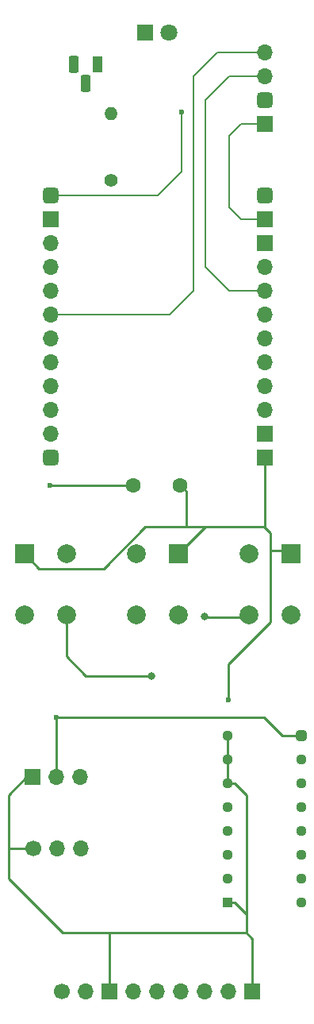
<source format=gbr>
%TF.GenerationSoftware,KiCad,Pcbnew,7.0.6-0*%
%TF.CreationDate,2024-06-29T09:33:58-07:00*%
%TF.ProjectId,s3,73332e6b-6963-4616-945f-706362585858,rev?*%
%TF.SameCoordinates,Original*%
%TF.FileFunction,Copper,L2,Bot*%
%TF.FilePolarity,Positive*%
%FSLAX46Y46*%
G04 Gerber Fmt 4.6, Leading zero omitted, Abs format (unit mm)*
G04 Created by KiCad (PCBNEW 7.0.6-0) date 2024-06-29 09:33:58*
%MOMM*%
%LPD*%
G01*
G04 APERTURE LIST*
G04 Aperture macros list*
%AMRoundRect*
0 Rectangle with rounded corners*
0 $1 Rounding radius*
0 $2 $3 $4 $5 $6 $7 $8 $9 X,Y pos of 4 corners*
0 Add a 4 corners polygon primitive as box body*
4,1,4,$2,$3,$4,$5,$6,$7,$8,$9,$2,$3,0*
0 Add four circle primitives for the rounded corners*
1,1,$1+$1,$2,$3*
1,1,$1+$1,$4,$5*
1,1,$1+$1,$6,$7*
1,1,$1+$1,$8,$9*
0 Add four rect primitives between the rounded corners*
20,1,$1+$1,$2,$3,$4,$5,0*
20,1,$1+$1,$4,$5,$6,$7,0*
20,1,$1+$1,$6,$7,$8,$9,0*
20,1,$1+$1,$8,$9,$2,$3,0*%
G04 Aperture macros list end*
%TA.AperFunction,ComponentPad*%
%ADD10R,1.700000X1.700000*%
%TD*%
%TA.AperFunction,ComponentPad*%
%ADD11RoundRect,0.425000X0.425000X0.425000X-0.425000X0.425000X-0.425000X-0.425000X0.425000X-0.425000X0*%
%TD*%
%TA.AperFunction,ComponentPad*%
%ADD12O,1.700000X1.700000*%
%TD*%
%TA.AperFunction,ComponentPad*%
%ADD13O,1.400000X1.400000*%
%TD*%
%TA.AperFunction,ComponentPad*%
%ADD14C,1.400000*%
%TD*%
%TA.AperFunction,ComponentPad*%
%ADD15C,1.700000*%
%TD*%
%TA.AperFunction,ComponentPad*%
%ADD16C,2.000000*%
%TD*%
%TA.AperFunction,ComponentPad*%
%ADD17R,2.000000X2.000000*%
%TD*%
%TA.AperFunction,ComponentPad*%
%ADD18RoundRect,0.275000X0.275000X0.625000X-0.275000X0.625000X-0.275000X-0.625000X0.275000X-0.625000X0*%
%TD*%
%TA.AperFunction,ComponentPad*%
%ADD19R,1.100000X1.800000*%
%TD*%
%TA.AperFunction,ComponentPad*%
%ADD20C,1.130000*%
%TD*%
%TA.AperFunction,ComponentPad*%
%ADD21R,1.130000X1.130000*%
%TD*%
%TA.AperFunction,ComponentPad*%
%ADD22RoundRect,0.282500X-0.282500X-0.282500X0.282500X-0.282500X0.282500X0.282500X-0.282500X0.282500X0*%
%TD*%
%TA.AperFunction,ComponentPad*%
%ADD23C,1.600000*%
%TD*%
%TA.AperFunction,ComponentPad*%
%ADD24C,1.800000*%
%TD*%
%TA.AperFunction,ComponentPad*%
%ADD25R,1.800000X1.800000*%
%TD*%
%TA.AperFunction,ComponentPad*%
%ADD26RoundRect,0.425000X-0.425000X-0.425000X0.425000X-0.425000X0.425000X0.425000X-0.425000X0.425000X0*%
%TD*%
%TA.AperFunction,ViaPad*%
%ADD27C,0.600000*%
%TD*%
%TA.AperFunction,ViaPad*%
%ADD28C,0.800000*%
%TD*%
%TA.AperFunction,Conductor*%
%ADD29C,0.200000*%
%TD*%
%TA.AperFunction,Conductor*%
%ADD30C,0.250000*%
%TD*%
G04 APERTURE END LIST*
D10*
%TO.P,REF\u002A\u002A,gnd*%
%TO.N,ground3*%
X220980000Y-58420000D03*
D11*
%TO.P,REF\u002A\u002A,5v*%
%TO.N,5v*%
X220980000Y-55880000D03*
D12*
%TO.P,REF\u002A\u002A,16*%
%TO.N,16*%
X220980000Y-53340000D03*
%TO.P,REF\u002A\u002A,12*%
%TO.N,12*%
X220980000Y-50800000D03*
%TD*%
D13*
%TO.P,470ohm,2*%
%TO.N,irled*%
X204586244Y-57279109D03*
D14*
%TO.P,470ohm,1*%
X204586244Y-64391109D03*
%TD*%
D12*
%TO.P,INMP441 2,3*%
%TO.N,sck*%
X201351244Y-135608109D03*
%TO.P,INMP441 2,2*%
%TO.N,ws*%
X198811244Y-135608109D03*
D15*
%TO.P,INMP441 2,1*%
%TO.N,ground*%
X196271244Y-135608109D03*
%TD*%
D12*
%TO.P,ANO Rotary,SW5*%
%TO.N,sw5*%
X217159244Y-150878109D03*
%TO.P,ANO Rotary,SW4*%
%TO.N,sw4*%
X214619244Y-150878109D03*
%TO.P,ANO Rotary,SW3*%
%TO.N,sw3*%
X212079244Y-150878109D03*
%TO.P,ANO Rotary,SW2*%
%TO.N,sw2*%
X209539244Y-150878109D03*
%TO.P,ANO Rotary,SW1*%
%TO.N,sw1*%
X206999244Y-150878109D03*
%TO.P,ANO Rotary,ENCB*%
%TO.N,encb*%
X201919244Y-150878109D03*
D15*
%TO.P,ANO Rotary,ENCA*%
%TO.N,enca*%
X199379244Y-150878109D03*
D10*
%TO.P,ANO Rotary,COMB*%
%TO.N,ground*%
X219699244Y-150878109D03*
%TO.P,ANO Rotary,COMA*%
X204459244Y-150878109D03*
%TD*%
D16*
%TO.P,SW6,2*%
%TO.N,N/C*%
X199840264Y-104218113D03*
%TO.N,sw6*%
X199840264Y-110718113D03*
D17*
%TO.P,SW6,1*%
%TO.N,ground*%
X195340264Y-104218113D03*
D16*
%TO.N,N/C*%
X195340264Y-110718113D03*
%TD*%
D18*
%TO.P,NPN,3*%
%TO.N,ground2*%
X200649244Y-52053109D03*
%TO.P,NPN,2*%
%TO.N,irled*%
X201919244Y-54123109D03*
D19*
%TO.P,NPN,1*%
X203189244Y-52053109D03*
%TD*%
D20*
%TO.P,PCF8574N,SDA*%
%TO.N,SDA*%
X224939244Y-126113109D03*
%TO.P,PCF8574N,SCL*%
%TO.N,SCL*%
X224939244Y-128653109D03*
%TO.P,PCF8574N,P7*%
%TO.N,sw2*%
X224939244Y-133733109D03*
%TO.P,PCF8574N,P6*%
%TO.N,sw3*%
X224939244Y-136273109D03*
%TO.P,PCF8574N,P5*%
%TO.N,sw4*%
X224939244Y-138813109D03*
%TO.P,PCF8574N,P4*%
%TO.N,sw5*%
X224939244Y-141353109D03*
%TO.P,PCF8574N,P3*%
%TO.N,sw1*%
X216999244Y-138813109D03*
%TO.P,PCF8574N,P2*%
%TO.N,sw6*%
X216999244Y-136273109D03*
%TO.P,PCF8574N,P1*%
%TO.N,sw7*%
X216999244Y-133733109D03*
%TO.P,PCF8574N,P0*%
%TO.N,sw8*%
X216999244Y-131193109D03*
%TO.P,PCF8574N,INT*%
%TO.N,N/C*%
X224939244Y-131193109D03*
D21*
%TO.P,PCF8574N,GND*%
%TO.N,ground*%
X216999244Y-141353109D03*
D20*
%TO.P,PCF8574N,A2*%
X216999244Y-128653109D03*
%TO.P,PCF8574N,A1*%
X216999244Y-126113109D03*
%TO.P,PCF8574N,A0*%
X216999244Y-123573109D03*
D22*
%TO.P,PCF8574N,16*%
%TO.N,3v*%
X224939244Y-123573109D03*
%TD*%
D17*
%TO.P,SW8,2*%
%TO.N,ground*%
X223808680Y-104219116D03*
D16*
%TO.N,N/C*%
X223808680Y-110719116D03*
%TO.P,SW8,1*%
X219308680Y-104219116D03*
%TO.N,sw8*%
X219308680Y-110719116D03*
%TD*%
D23*
%TO.P,Cap,2*%
%TO.N,ground*%
X211999244Y-96903109D03*
%TO.P,Cap,1*%
%TO.N,3v*%
X206999244Y-96903109D03*
%TD*%
D24*
%TO.P,5MM IR,2*%
%TO.N,3v2*%
X210737310Y-48643109D03*
D25*
%TO.P,5MM IR,1*%
%TO.N,irled*%
X208197310Y-48643109D03*
%TD*%
D17*
%TO.P,SW7,2*%
%TO.N,ground*%
X211808680Y-104218634D03*
D16*
%TO.N,N/C*%
X211808680Y-110718634D03*
%TO.P,SW7,1*%
X207308680Y-104218634D03*
%TO.N,sw7*%
X207308680Y-110718634D03*
%TD*%
D12*
%TO.P,TDisplayS3,3*%
%TO.N,N/C*%
X198120000Y-71120000D03*
%TO.P,TDisplayS3,4*%
X198120000Y-73660000D03*
%TO.P,TDisplayS3,5*%
%TO.N,irled*%
X198120000Y-76200000D03*
D26*
%TO.P,TDisplayS3,5v*%
%TO.N,5v*%
X198120000Y-66040000D03*
D12*
%TO.P,TDisplayS3,12*%
%TO.N,12*%
X198120000Y-78740000D03*
%TO.P,TDisplayS3,7*%
%TO.N,encb*%
X198120000Y-81280000D03*
%TO.P,TDisplayS3,8*%
%TO.N,enca*%
X198120000Y-83820000D03*
%TO.P,TDisplayS3,9*%
%TO.N,ws*%
X198120000Y-86360000D03*
%TO.P,TDisplayS3,10*%
%TO.N,sck*%
X198120000Y-88900000D03*
%TO.P,TDisplayS3,11*%
%TO.N,sd*%
X198120000Y-91440000D03*
D26*
%TO.P,TDisplayS3,12*%
%TO.N,3v*%
X198120000Y-93980000D03*
D10*
%TO.P,TDisplayS3,gnd*%
%TO.N,ground2*%
X198120000Y-68580000D03*
%TD*%
%TO.P,REF\u002A\u002A,12*%
%TO.N,ground*%
X220980000Y-93980518D03*
%TO.P,REF\u002A\u002A,11*%
%TO.N,N/C*%
X220980000Y-91440518D03*
D12*
%TO.P,REF\u002A\u002A,10*%
X220980000Y-88900518D03*
%TO.P,REF\u002A\u002A,9*%
X220980000Y-86360518D03*
%TO.P,REF\u002A\u002A,8*%
%TO.N,SDA*%
X220980000Y-83820518D03*
%TO.P,REF\u002A\u002A,7*%
%TO.N,SCL*%
X220980000Y-81280518D03*
%TO.P,REF\u002A\u002A,6*%
%TO.N,N/C*%
X220980000Y-78740518D03*
%TO.P,REF\u002A\u002A,16*%
%TO.N,16*%
X220980000Y-76200518D03*
%TO.P,REF\u002A\u002A,4*%
%TO.N,N/C*%
X220980000Y-73660518D03*
D10*
%TO.P,REF\u002A\u002A,3*%
X220980000Y-71120518D03*
%TO.P,REF\u002A\u002A,2*%
%TO.N,ground3*%
X220980000Y-68580518D03*
D26*
%TO.P,REF\u002A\u002A,1*%
%TO.N,3v2*%
X220980000Y-66040518D03*
%TD*%
D12*
%TO.P,INMP441,3*%
%TO.N,sd*%
X201284244Y-128018109D03*
%TO.P,INMP441,2*%
%TO.N,3v*%
X198744244Y-128018109D03*
D10*
%TO.P,INMP441,1*%
%TO.N,ground*%
X196204244Y-128018109D03*
%TD*%
D27*
%TO.N,5v*%
X212090000Y-57150000D03*
%TO.N,ground*%
X217159244Y-119763109D03*
D28*
%TO.N,sw6*%
X208904244Y-117223109D03*
%TO.N,sw8*%
X214619244Y-110873109D03*
D27*
%TO.N,3v*%
X198744244Y-121668109D03*
X198109244Y-96903109D03*
%TD*%
D29*
%TO.N,ground3*%
X220980000Y-58420000D02*
X218440000Y-58420000D01*
X217170000Y-67310000D02*
X218440518Y-68580518D01*
X218440518Y-68580518D02*
X220980000Y-68580518D01*
X218440000Y-58420000D02*
X217170000Y-59690000D01*
X217170000Y-59690000D02*
X217170000Y-67310000D01*
%TO.N,16*%
X220980000Y-53340000D02*
X217170000Y-53340000D01*
X217170000Y-53340000D02*
X214630000Y-55880000D01*
X214630000Y-55880000D02*
X214630000Y-73660000D01*
X214630000Y-73660000D02*
X217170518Y-76200518D01*
X217170518Y-76200518D02*
X220980000Y-76200518D01*
%TO.N,12*%
X220980000Y-50800000D02*
X215900000Y-50800000D01*
X215900000Y-50800000D02*
X213360000Y-53340000D01*
X213360000Y-53340000D02*
X213360000Y-76200000D01*
X213360000Y-76200000D02*
X210820000Y-78740000D01*
X210820000Y-78740000D02*
X198120000Y-78740000D01*
%TO.N,5v*%
X212090000Y-57150000D02*
X212090000Y-63500000D01*
X212090000Y-63500000D02*
X209550000Y-66040000D01*
X209550000Y-66040000D02*
X198120000Y-66040000D01*
D30*
%TO.N,ground*%
X218984244Y-144608109D02*
X211444244Y-144608109D01*
X204459244Y-144608109D02*
X204459244Y-150189827D01*
X217159244Y-115953109D02*
X217159244Y-119763109D01*
X219064244Y-144608109D02*
X219699244Y-145243109D01*
X219699244Y-150156827D02*
X220371334Y-150828917D01*
X208269244Y-101348109D02*
X203824244Y-105793109D01*
X220937672Y-101348109D02*
X214679205Y-101348109D01*
X193664244Y-135638109D02*
X193664244Y-129923109D01*
X221604244Y-102014681D02*
X221604244Y-103888109D01*
X214679205Y-101348109D02*
X211808680Y-104218634D01*
X222874244Y-103888109D02*
X221604244Y-103888109D01*
X217794244Y-128653109D02*
X216999244Y-128653109D01*
X204459244Y-150189827D02*
X205098334Y-150828917D01*
X196915260Y-105793109D02*
X195340264Y-104218113D01*
X223808680Y-104219116D02*
X223205251Y-104219116D01*
X219699244Y-145243109D02*
X219699244Y-150156827D01*
X193664244Y-129923109D02*
X195569244Y-128018109D01*
X218984244Y-144608109D02*
X219064244Y-144528109D01*
X193664244Y-138813109D02*
X193664244Y-135638109D01*
X212634244Y-97538109D02*
X212634244Y-101268109D01*
X221604244Y-103888109D02*
X221604244Y-111508109D01*
X203824244Y-105793109D02*
X196915260Y-105793109D01*
X196271244Y-135608109D02*
X193694244Y-135608109D01*
X212634244Y-101268109D02*
X212714244Y-101348109D01*
X199459244Y-144608109D02*
X193664244Y-138813109D01*
X221604244Y-111508109D02*
X217159244Y-115953109D01*
X211444244Y-144608109D02*
X204459244Y-144608109D01*
X212714244Y-101348109D02*
X208269244Y-101348109D01*
X193694244Y-135608109D02*
X193664244Y-135638109D01*
X220980000Y-101337353D02*
X220953458Y-101363895D01*
X214679205Y-101348109D02*
X212714244Y-101348109D01*
X220980000Y-93980518D02*
X220980000Y-101337353D01*
X211999244Y-96903109D02*
X212634244Y-97538109D01*
X219064244Y-142623109D02*
X219064244Y-129923109D01*
X216999244Y-128653109D02*
X216999244Y-123573109D01*
X219064244Y-144528109D02*
X219064244Y-142623109D01*
X217794244Y-141353109D02*
X216999244Y-141353109D01*
X223205251Y-104219116D02*
X222874244Y-103888109D01*
X211444244Y-144608109D02*
X199459244Y-144608109D01*
X195569244Y-128018109D02*
X196204244Y-128018109D01*
X220937672Y-101348109D02*
X221604244Y-102014681D01*
X220937672Y-101348109D02*
X220953458Y-101363895D01*
X219064244Y-129923109D02*
X217794244Y-128653109D01*
X219064244Y-142623109D02*
X217794244Y-141353109D01*
%TO.N,sw6*%
X208904244Y-117223109D02*
X201919244Y-117223109D01*
X201919244Y-117223109D02*
X199840264Y-115144129D01*
X199840264Y-115144129D02*
X199840264Y-110718113D01*
%TO.N,sw8*%
X214619244Y-110873109D02*
X214709687Y-110963552D01*
X214709687Y-110963552D02*
X219064244Y-110963552D01*
X219064244Y-110963552D02*
X219308680Y-110719116D01*
%TO.N,3v*%
X222874244Y-123573109D02*
X224939244Y-123573109D01*
X198744244Y-121668109D02*
X220969244Y-121668109D01*
X220969244Y-121668109D02*
X222874244Y-123573109D01*
X198744244Y-121668109D02*
X198744244Y-128018109D01*
X206999244Y-96903109D02*
X198109244Y-96903109D01*
%TD*%
M02*

</source>
